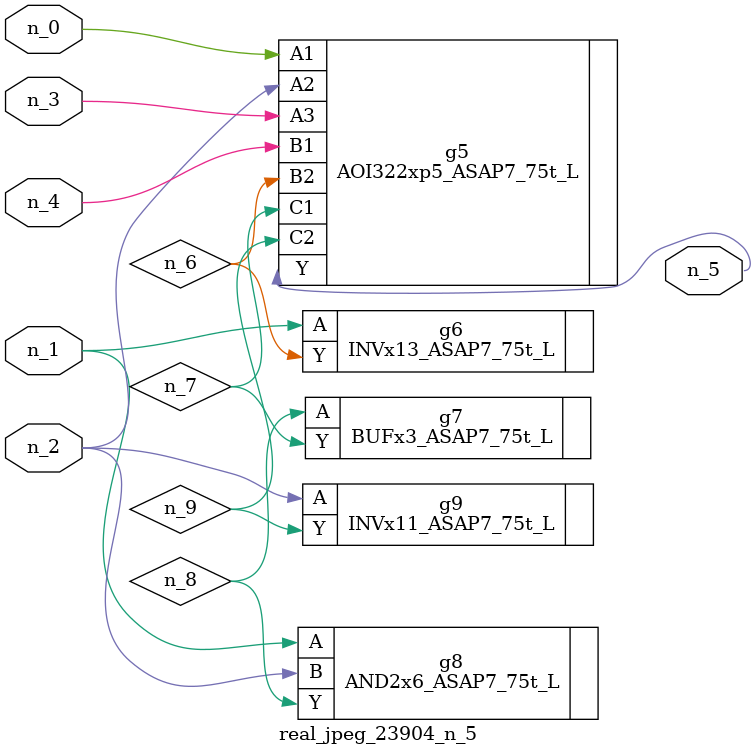
<source format=v>
module real_jpeg_23904_n_5 (n_4, n_0, n_1, n_2, n_3, n_5);

input n_4;
input n_0;
input n_1;
input n_2;
input n_3;

output n_5;

wire n_8;
wire n_6;
wire n_7;
wire n_9;

AOI322xp5_ASAP7_75t_L g5 ( 
.A1(n_0),
.A2(n_2),
.A3(n_3),
.B1(n_4),
.B2(n_6),
.C1(n_7),
.C2(n_9),
.Y(n_5)
);

INVx13_ASAP7_75t_L g6 ( 
.A(n_1),
.Y(n_6)
);

AND2x6_ASAP7_75t_L g8 ( 
.A(n_1),
.B(n_2),
.Y(n_8)
);

INVx11_ASAP7_75t_L g9 ( 
.A(n_2),
.Y(n_9)
);

BUFx3_ASAP7_75t_L g7 ( 
.A(n_8),
.Y(n_7)
);


endmodule
</source>
